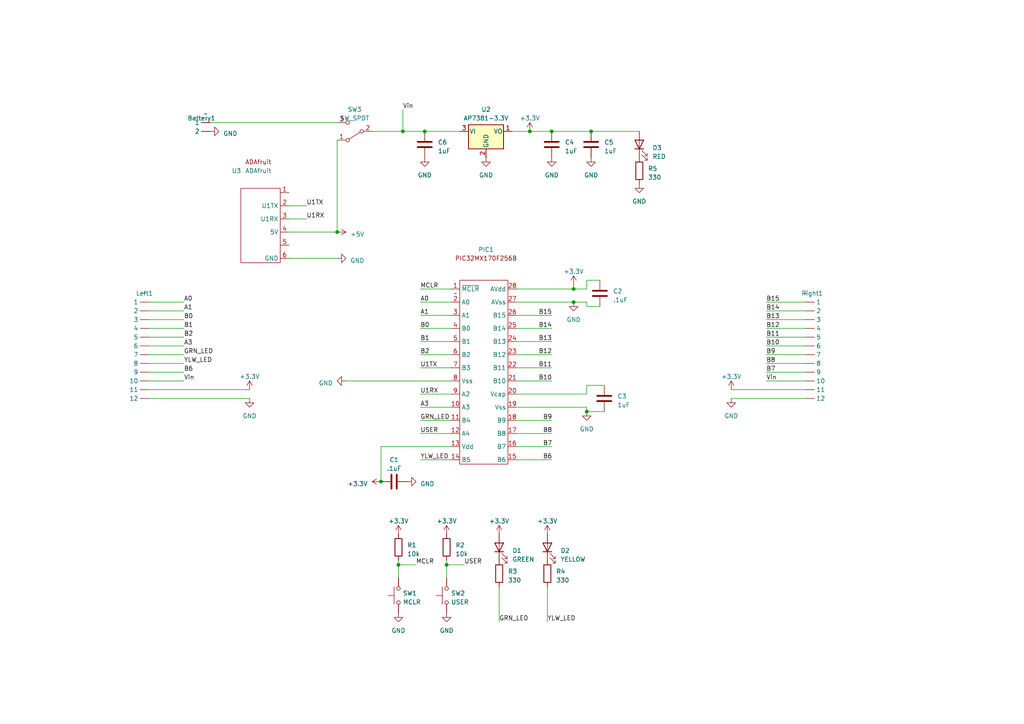
<source format=kicad_sch>
(kicad_sch (version 20230121) (generator eeschema)
  (paper "A4")
  (lib_symbols
    (symbol "Device:LED" (pin_numbers hide) (pin_names (offset 1.016) hide)
      (property "Reference" "D" (at 0 2.54 0))
      (property "Value" "LED" (at 0 -2.54 0))
      (symbol "LED_0_1"
        (polyline (pts (xy -1.27 -1.27) (xy -1.27 1.27)) (stroke (width 0.254)))
        (polyline (pts (xy -1.27 0) (xy 1.27 0)))
        (polyline (pts (xy 1.27 -1.27) (xy 1.27 1.27) (xy -1.27 0) (xy 1.27 -1.27)) (stroke (width 0.254)))
        (polyline (pts (xy -3.048 -0.762) (xy -4.572 -2.286) (xy -3.81 -2.286) (xy -4.572 -2.286) (xy -4.572 -1.524)))
        (polyline (pts (xy -1.778 -0.762) (xy -3.302 -2.286) (xy -2.54 -2.286) (xy -3.302 -2.286) (xy -3.302 -1.524)))
      )
      (symbol "LED_1_1"
        (pin passive line (at -3.81 0 0) (length 2.54) (name "K") (number "1"))
        (pin passive line (at 3.81 0 180) (length 2.54) (name "A") (number "2"))
      )
    )
    (symbol "Device:R" (pin_numbers hide) (pin_names (offset 0))
      (property "Reference" "R" (at 2.032 0 90))
      (property "Value" "R" (at 0 0 90))
      (symbol "R_0_1"
        (rectangle (start -1.016 -2.54) (end 1.016 2.54) (stroke (width 0.254)))
      )
      (symbol "R_1_1"
        (pin passive line (at 0 3.81 270) (length 1.27) (name "~") (number "1"))
        (pin passive line (at 0 -3.81 90) (length 1.27) (name "~") (number "2"))
      )
    )
    (symbol "hw4:ADAfruit"
      (property "Reference" "U" (at 8.89 10.16 0))
      (property "Value" "ADAfruit" (at 3.81 7.62 0))
      (symbol "ADAfruit_1_1"
        (rectangle (start -1.27 5.08) (end 10.16 -16.51))
        (text "ADAfruit" (at 3.81 12.7 0) (effects (font (size 1.27 1.27))))
        (pin input line (at 12.7 3.81 180) (length 2.54) (name "") (number "1"))
        (pin input line (at 12.7 0 180) (length 2.54) (name "U1TX") (number "2"))
        (pin input line (at 12.7 -3.81 180) (length 2.54) (name "U1RX") (number "3"))
        (pin input line (at 12.7 -7.62 180) (length 2.54) (name "5V") (number "4"))
        (pin input line (at 12.7 -11.43 180) (length 2.54) (name "") (number "5"))
        (pin input line (at 12.7 -15.24 180) (length 2.54) (name "GND") (number "6"))
      )
    )
    (symbol "hw4:AP7381-3.3V" (pin_names (offset 0.254))
      (property "Reference" "U" (at -3.81 3.175 0))
      (property "Value" "AP7381-3.3V" (at 0 3.175 0))
      (symbol "AP7381-3.3V_0_1"
        (rectangle (start -5.08 1.905) (end 5.08 -5.08) (stroke (width 0.254)) (fill (type background)))
      )
      (symbol "AP7381-3.3V_1_1"
        (pin power_out line (at 7.62 0 180) (length 2.54) (name "VO") (number "1"))
        (pin power_in line (at 0 -7.62 90) (length 2.54) (name "GND") (number "2"))
        (pin power_in line (at -7.62 0 0) (length 2.54) (name "VI") (number "3"))
      )
    )
    (symbol "hw4:Battery"
      (property "Reference" "Battery" (at 0 0 0))
      (symbol "Battery_1_1"
        (pin input line (at 1.27 -2.54 180) (length 2.54) (name "1") (number ""))
        (pin input line (at 1.27 -5.08 180) (length 2.54) (name "2") (number ""))
      )
    )
    (symbol "hw4:C" (pin_numbers hide) (pin_names (offset 0.254))
      (property "Reference" "C" (at 0.635 2.54 0))
      (property "Value" "C" (at 0.635 -2.54 0))
      (symbol "C_0_1"
        (polyline (pts (xy -2.032 -0.762) (xy 2.032 -0.762)) (stroke (width 0.508)))
        (polyline (pts (xy -2.032 0.762) (xy 2.032 0.762)) (stroke (width 0.508)))
      )
      (symbol "C_1_1"
        (pin passive line (at 0 3.81 270) (length 2.794) (name "~") (number "1"))
        (pin passive line (at 0 -3.81 90) (length 2.794) (name "~") (number "2"))
      )
    )
    (symbol "hw4:Left"
      (property "Reference" "Left" (at 0 0 0))
      (symbol "Left_1_1"
        (pin input line (at 1.27 -2.54 180) (length 2.54) (name "1") (number ""))
        (pin input line (at 1.27 -25.4 180) (length 2.54) (name "10") (number ""))
        (pin input line (at 1.27 -27.94 180) (length 2.54) (name "11") (number ""))
        (pin input line (at 1.27 -30.48 180) (length 2.54) (name "12") (number ""))
        (pin input line (at 1.27 -5.08 180) (length 2.54) (name "2") (number ""))
        (pin input line (at 1.27 -7.62 180) (length 2.54) (name "3") (number ""))
        (pin input line (at 1.27 -10.16 180) (length 2.54) (name "4") (number ""))
        (pin input line (at 1.27 -12.7 180) (length 2.54) (name "5") (number ""))
        (pin input line (at 1.27 -15.24 180) (length 2.54) (name "6") (number ""))
        (pin input line (at 1.27 -17.78 180) (length 2.54) (name "7") (number ""))
        (pin input line (at 1.27 -20.32 180) (length 2.54) (name "8") (number ""))
        (pin input line (at 1.27 -22.86 180) (length 2.54) (name "9") (number ""))
      )
    )
    (symbol "hw4:PIC32"
      (property "Reference" "U" (at 8.89 10.16 0))
      (symbol "PIC32_0_1"
        (rectangle (start -3.81 6.35) (end 10.16 -46.99))
      )
      (symbol "PIC32_1_1"
        (text "PIC32MX170F256B" (at 3.81 12.7 0) (effects (font (size 1.27 1.27))))
        (pin input line (at -6.35 3.81 0) (length 2.54) (name "~{MCLR}") (number "1"))
        (pin input line (at -6.35 -30.48 0) (length 2.54) (name "A3") (number "10"))
        (pin input line (at -6.35 -34.29 0) (length 2.54) (name "B4") (number "11"))
        (pin input line (at -6.35 -38.1 0) (length 2.54) (name "A4") (number "12"))
        (pin input line (at -6.35 -41.91 0) (length 2.54) (name "Vdd") (number "13"))
        (pin input line (at -6.35 -45.72 0) (length 2.54) (name "B5") (number "14"))
        (pin input line (at 12.7 -45.72 180) (length 2.54) (name "B6") (number "15"))
        (pin input line (at 12.7 -41.91 180) (length 2.54) (name "B7") (number "16"))
        (pin input line (at 12.7 -38.1 180) (length 2.54) (name "B8") (number "17"))
        (pin input line (at 12.7 -34.29 180) (length 2.54) (name "B9") (number "18"))
        (pin input line (at 12.7 -30.48 180) (length 2.54) (name "Vss") (number "19"))
        (pin input line (at -6.35 0 0) (length 2.54) (name "A0") (number "2"))
        (pin input line (at 12.7 -26.67 180) (length 2.54) (name "Vcap") (number "20"))
        (pin input line (at 12.7 -22.86 180) (length 2.54) (name "B10") (number "21"))
        (pin input line (at 12.7 -19.05 180) (length 2.54) (name "B11") (number "22"))
        (pin input line (at 12.7 -15.24 180) (length 2.54) (name "B12") (number "23"))
        (pin input line (at 12.7 -11.43 180) (length 2.54) (name "B13") (number "24"))
        (pin input line (at 12.7 -7.62 180) (length 2.54) (name "B14") (number "25"))
        (pin input line (at 12.7 -3.81 180) (length 2.54) (name "B15") (number "26"))
        (pin input line (at 12.7 0 180) (length 2.54) (name "AVss") (number "27"))
        (pin input line (at 12.7 3.81 180) (length 2.54) (name "AVdd") (number "28"))
        (pin input line (at -6.35 -3.81 0) (length 2.54) (name "A1") (number "3"))
        (pin input line (at -6.35 -7.62 0) (length 2.54) (name "B0") (number "4"))
        (pin input line (at -6.35 -11.43 0) (length 2.54) (name "B1") (number "5"))
        (pin input line (at -6.35 -15.24 0) (length 2.54) (name "B2") (number "6"))
        (pin input line (at -6.35 -19.05 0) (length 2.54) (name "B3") (number "7"))
        (pin input line (at -6.35 -22.86 0) (length 2.54) (name "Vss") (number "8"))
        (pin input line (at -6.35 -26.67 0) (length 2.54) (name "A2") (number "9"))
      )
    )
    (symbol "hw4:Right"
      (property "Reference" "Right" (at 0 0 0))
      (symbol "Right_1_1"
        (pin input line (at 0 -2.54 0) (length 2.54) (name "1") (number ""))
        (pin input line (at 0 -25.4 0) (length 2.54) (name "10") (number ""))
        (pin input line (at 0 -27.94 0) (length 2.54) (name "11") (number ""))
        (pin input line (at 0 -30.48 0) (length 2.54) (name "12") (number ""))
        (pin input line (at 0 -5.08 0) (length 2.54) (name "2") (number ""))
        (pin input line (at 0 -7.62 0) (length 2.54) (name "3") (number ""))
        (pin input line (at 0 -10.16 0) (length 2.54) (name "4") (number ""))
        (pin input line (at 0 -12.7 0) (length 2.54) (name "5") (number ""))
        (pin input line (at 0 -15.24 0) (length 2.54) (name "6") (number ""))
        (pin input line (at 0 -17.78 0) (length 2.54) (name "7") (number ""))
        (pin input line (at 0 -20.32 0) (length 2.54) (name "8") (number ""))
        (pin input line (at 0 -22.86 0) (length 2.54) (name "9") (number ""))
      )
    )
    (symbol "hw4:SW_Push" (pin_numbers hide) (pin_names (offset 1.016) hide)
      (property "Reference" "SW" (at 1.27 2.54 0))
      (property "Value" "SW_Push" (at 0 -1.524 0))
      (symbol "SW_Push_0_1"
        (circle (center -2.032 0) (radius 0.508))
        (polyline (pts (xy 0 1.27) (xy 0 3.048)))
        (polyline (pts (xy 2.54 1.27) (xy -2.54 1.27)))
        (circle (center 2.032 0) (radius 0.508))
        (pin passive line (at -5.08 0 0) (length 2.54) (name "1") (number "1"))
        (pin passive line (at 5.08 0 180) (length 2.54) (name "2") (number "2"))
      )
    )
    (symbol "hw4:SW_SPDT" (pin_names (offset 0) hide)
      (property "Reference" "SW" (at 0 4.318 0))
      (property "Value" "SW_SPDT" (at 0 -5.08 0))
      (symbol "SW_SPDT_0_0"
        (circle (center -2.032 0) (radius 0.508))
        (circle (center 2.032 -2.54) (radius 0.508))
      )
      (symbol "SW_SPDT_0_1"
        (polyline (pts (xy -1.524 0.254) (xy 1.651 2.286)))
        (circle (center 2.032 2.54) (radius 0.508))
      )
      (symbol "SW_SPDT_1_1"
        (pin passive line (at 5.08 2.54 180) (length 2.54) (name "A") (number "1"))
        (pin passive line (at -5.08 0 0) (length 2.54) (name "B") (number "2"))
        (pin passive line (at 5.08 -2.54 180) (length 2.54) (name "C") (number "3"))
      )
    )
    (symbol "power:+3.3V" (power) (pin_names (offset 0))
      (property "Value" "+3.3V" (at 0 3.556 0))
      (symbol "+3.3V_0_1"
        (polyline (pts (xy -0.762 1.27) (xy 0 2.54)))
        (polyline (pts (xy 0 0) (xy 0 2.54)))
        (polyline (pts (xy 0 2.54) (xy 0.762 1.27)))
      )
      (symbol "+3.3V_1_1"
        (pin power_in line (at 0 0 90) (length 0) hide (name "+3.3V") (number "1"))
      )
    )
    (symbol "power:+5V" (power) (pin_names (offset 0))
      (property "Value" "+5V" (at 0 3.556 0))
      (symbol "+5V_0_1"
        (polyline (pts (xy -0.762 1.27) (xy 0 2.54)))
        (polyline (pts (xy 0 0) (xy 0 2.54)))
        (polyline (pts (xy 0 2.54) (xy 0.762 1.27)))
      )
      (symbol "+5V_1_1"
        (pin power_in line (at 0 0 90) (length 0) hide (name "+5V") (number "1"))
      )
    )
    (symbol "power:GND" (power) (pin_names (offset 0))
      (property "Value" "GND" (at 0 -3.81 0))
      (symbol "GND_0_1"
        (polyline (pts (xy 0 0) (xy 0 -1.27) (xy 1.27 -1.27) (xy 0 -2.54) (xy -1.27 -1.27) (xy 0 -1.27)))
      )
      (symbol "GND_1_1"
        (pin power_in line (at 0 0 270) (length 0) hide (name "GND") (number "1"))
      )
    )
  )
  (junction (at 170.18 119.38))
  (junction (at 97.79 67.31))
  (junction (at 166.37 87.63))
  (junction (at 123.19 38.1))
  (junction (at 110.49 139.7))
  (junction (at 153.67 38.1))
  (junction (at 166.37 83.82))
  (junction (at 160.02 38.1))
  (junction (at 171.45 38.1))
  (junction (at 116.84 38.1))
  (junction (at 129.54 163.83))
  (junction (at 115.57 163.83))
  (wire (pts (xy 43.18 95.25) (xy 53.34 95.25)))
  (wire (pts (xy 129.54 162.56) (xy 129.54 163.83)))
  (wire (pts (xy 130.81 129.54) (xy 110.49 129.54)))
  (wire (pts (xy 43.18 97.79) (xy 53.34 97.79)))
  (wire (pts (xy 121.92 114.3) (xy 130.81 114.3)))
  (wire (pts (xy 115.57 163.83) (xy 120.65 163.83)))
  (wire (pts (xy 166.37 82.55) (xy 166.37 83.82)))
  (wire (pts (xy 212.09 113.03) (xy 233.68 113.03)))
  (wire (pts (xy 148.59 38.1) (xy 153.67 38.1)))
  (wire (pts (xy 149.86 95.25) (xy 160.02 95.25)))
  (wire (pts (xy 43.18 115.57) (xy 72.39 115.57)))
  (wire (pts (xy 43.18 100.33) (xy 53.34 100.33)))
  (wire (pts (xy 43.18 90.17) (xy 53.34 90.17)))
  (wire (pts (xy 121.92 95.25) (xy 130.81 95.25)))
  (wire (pts (xy 116.84 31.75) (xy 116.84 38.1)))
  (wire (pts (xy 153.67 38.1) (xy 160.02 38.1)))
  (wire (pts (xy 121.92 87.63) (xy 130.81 87.63)))
  (wire (pts (xy 83.82 67.31) (xy 97.79 67.31)))
  (wire (pts (xy 149.86 129.54) (xy 160.02 129.54)))
  (wire (pts (xy 121.92 102.87) (xy 130.81 102.87)))
  (wire (pts (xy 170.18 118.11) (xy 170.18 119.38)))
  (wire (pts (xy 166.37 83.82) (xy 170.18 83.82)))
  (wire (pts (xy 121.92 83.82) (xy 130.81 83.82)))
  (wire (pts (xy 43.18 92.71) (xy 53.34 92.71)))
  (wire (pts (xy 149.86 114.3) (xy 170.18 114.3)))
  (wire (pts (xy 171.45 38.1) (xy 185.42 38.1)))
  (wire (pts (xy 43.18 87.63) (xy 53.34 87.63)))
  (wire (pts (xy 149.86 102.87) (xy 160.02 102.87)))
  (wire (pts (xy 123.19 38.1) (xy 133.35 38.1)))
  (wire (pts (xy 222.25 110.49) (xy 233.68 110.49)))
  (wire (pts (xy 222.25 107.95) (xy 233.68 107.95)))
  (wire (pts (xy 83.82 63.5) (xy 88.9 63.5)))
  (wire (pts (xy 83.82 59.69) (xy 88.9 59.69)))
  (wire (pts (xy 222.25 87.63) (xy 233.68 87.63)))
  (wire (pts (xy 149.86 106.68) (xy 160.02 106.68)))
  (wire (pts (xy 60.96 35.56) (xy 97.79 35.56)))
  (wire (pts (xy 170.18 111.76) (xy 175.26 111.76)))
  (wire (pts (xy 121.92 121.92) (xy 130.81 121.92)))
  (wire (pts (xy 212.09 115.57) (xy 233.68 115.57)))
  (wire (pts (xy 160.02 38.1) (xy 171.45 38.1)))
  (wire (pts (xy 149.86 125.73) (xy 160.02 125.73)))
  (wire (pts (xy 149.86 118.11) (xy 170.18 118.11)))
  (wire (pts (xy 129.54 163.83) (xy 129.54 167.64)))
  (wire (pts (xy 43.18 102.87) (xy 53.34 102.87)))
  (wire (pts (xy 170.18 114.3) (xy 170.18 111.76)))
  (wire (pts (xy 222.25 90.17) (xy 233.68 90.17)))
  (wire (pts (xy 170.18 88.9) (xy 170.18 87.63)))
  (wire (pts (xy 144.78 170.18) (xy 144.78 180.34)))
  (wire (pts (xy 170.18 83.82) (xy 170.18 81.28)))
  (wire (pts (xy 43.18 107.95) (xy 53.34 107.95)))
  (wire (pts (xy 116.84 38.1) (xy 123.19 38.1)))
  (wire (pts (xy 121.92 99.06) (xy 130.81 99.06)))
  (wire (pts (xy 115.57 163.83) (xy 115.57 167.64)))
  (wire (pts (xy 115.57 162.56) (xy 115.57 163.83)))
  (wire (pts (xy 149.86 133.35) (xy 160.02 133.35)))
  (wire (pts (xy 222.25 105.41) (xy 233.68 105.41)))
  (wire (pts (xy 129.54 163.83) (xy 134.62 163.83)))
  (wire (pts (xy 149.86 121.92) (xy 160.02 121.92)))
  (wire (pts (xy 121.92 91.44) (xy 130.81 91.44)))
  (wire (pts (xy 149.86 99.06) (xy 160.02 99.06)))
  (wire (pts (xy 121.92 133.35) (xy 130.81 133.35)))
  (wire (pts (xy 149.86 110.49) (xy 160.02 110.49)))
  (wire (pts (xy 83.82 74.93) (xy 97.79 74.93)))
  (wire (pts (xy 110.49 129.54) (xy 110.49 139.7)))
  (wire (pts (xy 170.18 119.38) (xy 175.26 119.38)))
  (wire (pts (xy 121.92 125.73) (xy 130.81 125.73)))
  (wire (pts (xy 149.86 83.82) (xy 166.37 83.82)))
  (wire (pts (xy 107.95 38.1) (xy 116.84 38.1)))
  (wire (pts (xy 222.25 100.33) (xy 233.68 100.33)))
  (wire (pts (xy 166.37 87.63) (xy 170.18 87.63)))
  (wire (pts (xy 222.25 92.71) (xy 233.68 92.71)))
  (wire (pts (xy 43.18 110.49) (xy 53.34 110.49)))
  (wire (pts (xy 222.25 102.87) (xy 233.68 102.87)))
  (wire (pts (xy 43.18 105.41) (xy 53.34 105.41)))
  (wire (pts (xy 121.92 118.11) (xy 130.81 118.11)))
  (wire (pts (xy 43.18 113.03) (xy 72.39 113.03)))
  (wire (pts (xy 222.25 95.25) (xy 233.68 95.25)))
  (wire (pts (xy 158.75 170.18) (xy 158.75 180.34)))
  (wire (pts (xy 97.79 40.64) (xy 97.79 67.31)))
  (wire (pts (xy 121.92 106.68) (xy 130.81 106.68)))
  (wire (pts (xy 222.25 97.79) (xy 233.68 97.79)))
  (wire (pts (xy 170.18 81.28) (xy 173.99 81.28)))
  (wire (pts (xy 100.33 110.49) (xy 130.81 110.49)))
  (wire (pts (xy 173.99 88.9) (xy 170.18 88.9)))
  (wire (pts (xy 149.86 87.63) (xy 166.37 87.63)))
  (wire (pts (xy 149.86 91.44) (xy 160.02 91.44)))
  (label "B11" (at 156.21 106.68 0))
  (label "B12" (at 156.21 102.87 0))
  (label "YLW_LED" (at 121.92 133.35 0))
  (label "U1RX" (at 88.9 63.5 0))
  (label "B2" (at 121.92 102.87 0))
  (label "B14" (at 156.21 95.25 0))
  (label "B9" (at 157.48 121.92 0))
  (label "A3" (at 53.34 100.33 0))
  (label "A1" (at 53.34 90.17 0))
  (label "USER" (at 134.62 163.83 0))
  (label "A3" (at 121.92 118.11 0))
  (label "GRN_LED" (at 53.34 102.87 0))
  (label "B13" (at 156.21 99.06 0))
  (label "U1TX" (at 88.9 59.69 0))
  (label "U1RX" (at 121.92 114.3 0))
  (label "Vin" (at 53.34 110.49 0))
  (label "MCLR" (at 121.92 83.82 0))
  (label "B6" (at 53.34 107.95 0))
  (label "MCLR" (at 120.65 163.83 0))
  (label "YLW_LED" (at 53.34 105.41 0))
  (label "B9" (at 222.25 102.87 0))
  (label "B6" (at 157.48 133.35 0))
  (label "B15" (at 222.25 87.63 0))
  (label "B11" (at 222.25 97.79 0))
  (label "B1" (at 53.34 95.25 0))
  (label "Vin" (at 222.25 110.49 0))
  (label "U1TX" (at 121.92 106.68 0))
  (label "B7" (at 157.48 129.54 0))
  (label "A1" (at 121.92 91.44 0))
  (label "A0" (at 53.34 87.63 0))
  (label "B12" (at 222.25 95.25 0))
  (label "B2" (at 53.34 97.79 0))
  (label "GRN_LED" (at 144.78 180.34 0))
  (label "B7" (at 222.25 107.95 0))
  (label "B8" (at 222.25 105.41 0))
  (label "B14" (at 222.25 90.17 0))
  (label "B15" (at 156.21 91.44 0))
  (label "A0" (at 121.92 87.63 0))
  (label "B10" (at 156.21 110.49 0))
  (label "GRN_LED" (at 121.92 121.92 0))
  (label "B1" (at 121.92 99.06 0))
  (label "USER" (at 121.92 125.73 0))
  (label "B0" (at 53.34 92.71 0))
  (label "YLW_LED" (at 158.75 180.34 0))
  (label "B8" (at 157.48 125.73 0))
  (label "B13" (at 222.25 92.71 0))
  (label "B10" (at 222.25 100.33 0))
  (label "Vin" (at 116.84 31.75 0))
  (label "B0" (at 121.92 95.25 0))
  (symbol (lib_id "power:+5V") (at 97.79 67.31 270) (unit 1)
    (property "Reference" "#PWR019" (effects hide))
    (property "Value" "+5V" (at 101.6 67.945 90) (effects (justify left)))
  )
  (symbol (lib_id "hw4:Battery") (at 59.69 33.02 0) (unit 1)
    (property "Reference" "Battery1" (at 58.42 34.29 0))
    (property "Value" "~" (at 59.69 33.02 0))
    (property "Footprint" "Connector_PinSocket_2.54mm:PinSocket_1x02_P2.54mm_Vertical" (effects hide))
  )
  (symbol (lib_id "power:+3.3V") (at 129.54 154.94 0) (unit 1)
    (property "Reference" "#PWR09" (effects hide))
    (property "Value" "+3.3V" (at 129.54 151.13 0))
  )
  (symbol (lib_id "hw4:Right") (at 233.68 85.09 0) (unit 1)
    (property "Reference" "Right1" (at 232.41 85.09 0) (effects (justify left)))
    (property "Value" "~" (at 233.68 85.09 0))
    (property "Footprint" "Connector_PinSocket_2.54mm:PinSocket_1x12_P2.54mm_Vertical" (effects hide))
  )
  (symbol (lib_id "Device:LED") (at 144.78 158.75 90) (unit 1)
    (property "Reference" "D1" (at 148.59 159.7025 90) (effects (justify right)))
    (property "Value" "GREEN" (at 148.59 162.2425 90) (effects (justify right)))
    (property "Footprint" "LED_THT:LED_D3.0mm" (effects hide))
  )
  (symbol (lib_id "power:GND") (at 115.57 177.8 0) (unit 1)
    (property "Reference" "#PWR011" (effects hide))
    (property "Value" "GND" (at 115.57 182.88 0))
  )
  (symbol (lib_id "power:+3.3V") (at 115.57 154.94 0) (unit 1)
    (property "Reference" "#PWR010" (effects hide))
    (property "Value" "+3.3V" (at 115.57 151.13 0))
  )
  (symbol (lib_id "power:GND") (at 140.97 45.72 0) (unit 1)
    (property "Reference" "#PWR013" (effects hide))
    (property "Value" "GND" (at 140.97 50.8 0))
  )
  (symbol (lib_id "Device:R") (at 115.57 158.75 0) (unit 1)
    (property "Reference" "R1" (at 118.11 158.115 0) (effects (justify left)))
    (property "Value" "10k" (at 118.11 160.655 0) (effects (justify left)))
    (property "Footprint" "Resistor_THT:R_Axial_DIN0207_L6.3mm_D2.5mm_P7.62mm_Horizontal" (effects hide))
  )
  (symbol (lib_id "Device:R") (at 144.78 166.37 0) (unit 1)
    (property "Reference" "R3" (at 147.32 165.735 0) (effects (justify left)))
    (property "Value" "330" (at 147.32 168.275 0) (effects (justify left)))
    (property "Footprint" "Resistor_THT:R_Axial_DIN0207_L6.3mm_D2.5mm_P7.62mm_Horizontal" (effects hide))
  )
  (symbol (lib_id "hw4:SW_SPDT") (at 102.87 38.1 180) (unit 1)
    (property "Reference" "SW3" (at 102.87 31.75 0))
    (property "Value" "SW_SPDT" (at 102.87 34.29 0))
    (property "Footprint" "hw4:slide_switch_2" (effects hide))
  )
  (symbol (lib_id "power:GND") (at 100.33 110.49 270) (unit 1)
    (property "Reference" "#PWR03" (effects hide))
    (property "Value" "GND" (at 96.52 111.125 90) (effects (justify right)))
  )
  (symbol (lib_id "power:+3.3V") (at 72.39 113.03 0) (unit 1)
    (property "Reference" "#PWR022" (effects hide))
    (property "Value" "+3.3V" (at 72.39 109.22 0))
  )
  (symbol (lib_id "hw4:C") (at 171.45 41.91 0) (unit 1)
    (property "Reference" "C5" (at 175.26 41.275 0) (effects (justify left)))
    (property "Value" "1uF" (at 175.26 43.815 0) (effects (justify left)))
    (property "Footprint" "Capacitor_THT:C_Disc_D5.1mm_W3.2mm_P5.00mm" (effects hide))
  )
  (symbol (lib_id "Device:R") (at 158.75 166.37 0) (unit 1)
    (property "Reference" "R4" (at 161.29 165.735 0) (effects (justify left)))
    (property "Value" "330" (at 161.29 168.275 0) (effects (justify left)))
    (property "Footprint" "Resistor_THT:R_Axial_DIN0207_L6.3mm_D2.5mm_P7.62mm_Horizontal" (effects hide))
  )
  (symbol (lib_id "hw4:Left") (at 41.91 85.09 0) (unit 1)
    (property "Reference" "Left1" (at 41.91 85.09 0))
    (property "Value" "~" (at 41.91 85.09 0))
    (property "Footprint" "Connector_PinSocket_2.54mm:PinSocket_1x12_P2.54mm_Vertical" (effects hide))
  )
  (symbol (lib_id "power:GND") (at 171.45 45.72 0) (unit 1)
    (property "Reference" "#PWR016" (effects hide))
    (property "Value" "GND" (at 171.45 50.8 0))
  )
  (symbol (lib_id "power:+3.3V") (at 144.78 154.94 0) (unit 1)
    (property "Reference" "#PWR08" (effects hide))
    (property "Value" "+3.3V" (at 144.78 151.13 0))
  )
  (symbol (lib_id "hw4:SW_Push") (at 115.57 172.72 90) (unit 1)
    (property "Reference" "SW1" (at 116.84 172.085 90) (effects (justify right)))
    (property "Value" "MCLR" (at 116.84 174.625 90) (effects (justify right)))
    (property "Footprint" "hw4:pinsocket push button" (effects hide))
  )
  (symbol (lib_id "Device:LED") (at 185.42 41.91 90) (unit 1)
    (property "Reference" "D3" (at 189.23 42.8625 90) (effects (justify right)))
    (property "Value" "RED" (at 189.23 45.4025 90) (effects (justify right)))
    (property "Footprint" "LED_THT:LED_D3.0mm" (effects hide))
  )
  (symbol (lib_id "power:GND") (at 118.11 139.7 90) (unit 1)
    (property "Reference" "#PWR01" (effects hide))
    (property "Value" "GND" (at 121.92 140.335 90) (effects (justify right)))
  )
  (symbol (lib_id "power:GND") (at 170.18 119.38 0) (unit 1)
    (property "Reference" "#PWR06" (effects hide))
    (property "Value" "GND" (at 170.18 124.46 0))
  )
  (symbol (lib_id "hw4:C") (at 123.19 41.91 0) (unit 1)
    (property "Reference" "C6" (at 127 41.275 0) (effects (justify left)))
    (property "Value" "1uF" (at 127 43.815 0) (effects (justify left)))
    (property "Footprint" "Capacitor_THT:C_Disc_D5.1mm_W3.2mm_P5.00mm" (effects hide))
  )
  (symbol (lib_id "hw4:PIC32") (at 137.16 87.63 0) (unit 1)
    (property "Reference" "PIC1" (at 140.97 72.39 0))
    (property "Value" "~" (at 132.08 85.09 0))
    (property "Footprint" "Package_DIP:DIP-28_W7.62mm_Socket" (effects hide))
  )
  (symbol (lib_id "power:+3.3V") (at 158.75 154.94 0) (unit 1)
    (property "Reference" "#PWR07" (effects hide))
    (property "Value" "+3.3V" (at 158.75 151.13 0))
  )
  (symbol (lib_id "power:GND") (at 160.02 45.72 0) (unit 1)
    (property "Reference" "#PWR015" (effects hide))
    (property "Value" "GND" (at 160.02 50.8 0))
  )
  (symbol (lib_id "power:+3.3V") (at 166.37 82.55 0) (unit 1)
    (property "Reference" "#PWR04" (effects hide))
    (property "Value" "+3.3V" (at 166.37 78.74 0))
  )
  (symbol (lib_id "hw4:ADAfruit") (at 71.12 59.69 0) (unit 1)
    (property "Reference" "U3" (at 68.58 49.53 0))
    (property "Value" "ADAfruit" (at 74.93 49.53 0))
    (property "Footprint" "Connector_PinSocket_2.54mm:PinSocket_1x06_P2.54mm_Vertical" (effects hide))
  )
  (symbol (lib_id "power:GND") (at 97.79 74.93 90) (unit 1)
    (property "Reference" "#PWR020" (effects hide))
    (property "Value" "GND" (at 101.6 75.565 90) (effects (justify right)))
  )
  (symbol (lib_id "hw4:C") (at 160.02 41.91 0) (unit 1)
    (property "Reference" "C4" (at 163.83 41.275 0) (effects (justify left)))
    (property "Value" "1uF" (at 163.83 43.815 0) (effects (justify left)))
    (property "Footprint" "Capacitor_THT:C_Disc_D5.1mm_W3.2mm_P5.00mm" (effects hide))
  )
  (symbol (lib_id "power:GND") (at 72.39 115.57 0) (unit 1)
    (property "Reference" "#PWR023" (effects hide))
    (property "Value" "GND" (at 72.39 120.65 0))
  )
  (symbol (lib_id "power:GND") (at 123.19 45.72 0) (unit 1)
    (property "Reference" "#PWR018" (effects hide))
    (property "Value" "GND" (at 123.19 50.8 0))
  )
  (symbol (lib_id "Device:R") (at 185.42 49.53 0) (unit 1)
    (property "Reference" "R5" (at 187.96 48.895 0) (effects (justify left)))
    (property "Value" "330" (at 187.96 51.435 0) (effects (justify left)))
    (property "Footprint" "Resistor_THT:R_Axial_DIN0207_L6.3mm_D2.5mm_P7.62mm_Horizontal" (effects hide))
  )
  (symbol (lib_id "power:GND") (at 185.42 53.34 0) (unit 1)
    (property "Reference" "#PWR017" (effects hide))
    (property "Value" "GND" (at 185.42 58.42 0))
  )
  (symbol (lib_id "Device:R") (at 129.54 158.75 0) (unit 1)
    (property "Reference" "R2" (at 132.08 158.115 0) (effects (justify left)))
    (property "Value" "10k" (at 132.08 160.655 0) (effects (justify left)))
    (property "Footprint" "Resistor_THT:R_Axial_DIN0207_L6.3mm_D2.5mm_P7.62mm_Horizontal" (effects hide))
  )
  (symbol (lib_id "power:+3.3V") (at 110.49 139.7 90) (unit 1)
    (property "Reference" "#PWR02" (effects hide))
    (property "Value" "+3.3V" (at 106.68 140.335 90) (effects (justify left)))
  )
  (symbol (lib_id "power:GND") (at 60.96 38.1 90) (unit 1)
    (property "Reference" "#PWR021" (effects hide))
    (property "Value" "GND" (at 64.77 38.735 90) (effects (justify right)))
  )
  (symbol (lib_id "power:+3.3V") (at 153.67 38.1 0) (unit 1)
    (property "Reference" "#PWR014" (effects hide))
    (property "Value" "+3.3V" (at 153.67 34.29 0))
  )
  (symbol (lib_id "hw4:C") (at 173.99 85.09 0) (unit 1)
    (property "Reference" "C2" (at 177.8 84.455 0) (effects (justify left)))
    (property "Value" ".1uF" (at 177.8 86.995 0) (effects (justify left)))
    (property "Footprint" "Capacitor_THT:C_Disc_D3.4mm_W2.1mm_P2.50mm" (effects hide))
  )
  (symbol (lib_id "power:GND") (at 129.54 177.8 0) (unit 1)
    (property "Reference" "#PWR012" (effects hide))
    (property "Value" "GND" (at 129.54 182.88 0))
  )
  (symbol (lib_id "power:GND") (at 166.37 87.63 0) (unit 1)
    (property "Reference" "#PWR05" (effects hide))
    (property "Value" "GND" (at 166.37 92.71 0))
  )
  (symbol (lib_id "hw4:C") (at 114.3 139.7 270) (unit 1)
    (property "Reference" "C1" (at 114.3 133.35 90))
    (property "Value" ".1uF" (at 114.3 135.89 90))
    (property "Footprint" "Capacitor_THT:C_Disc_D3.4mm_W2.1mm_P2.50mm" (effects hide))
  )
  (symbol (lib_id "Device:LED") (at 158.75 158.75 90) (unit 1)
    (property "Reference" "D2" (at 162.56 159.7025 90) (effects (justify right)))
    (property "Value" "YELLOW" (at 162.56 162.2425 90) (effects (justify right)))
    (property "Footprint" "LED_THT:LED_D3.0mm" (effects hide))
  )
  (symbol (lib_id "hw4:SW_Push") (at 129.54 172.72 90) (unit 1)
    (property "Reference" "SW2" (at 130.81 172.085 90) (effects (justify right)))
    (property "Value" "USER" (at 130.81 174.625 90) (effects (justify right)))
    (property "Footprint" "hw4:pinsocket push button" (effects hide))
  )
  (symbol (lib_id "hw4:C") (at 175.26 115.57 0) (unit 1)
    (property "Reference" "C3" (at 179.07 114.935 0) (effects (justify left)))
    (property "Value" "1uF" (at 179.07 117.475 0) (effects (justify left)))
    (property "Footprint" "Capacitor_THT:C_Disc_D5.1mm_W3.2mm_P5.00mm" (effects hide))
  )
  (symbol (lib_id "hw4:AP7381-3.3V") (at 140.97 38.1 0) (unit 1)
    (property "Reference" "U2" (at 140.97 31.75 0))
    (property "Value" "AP7381-3.3V" (at 140.97 34.29 0))
    (property "Footprint" "Package_TO_SOT_THT:TO-92_Inline" (effects hide))
    (property "Datasheet" "https://www.diodes.com/assets/Datasheets/AP7384.pdf" (effects hide))
  )
  (symbol (lib_id "power:GND") (at 212.09 115.57 0) (unit 1)
    (property "Reference" "#PWR025" (effects hide))
    (property "Value" "GND" (at 212.09 120.65 0))
  )
  (symbol (lib_id "power:+3.3V") (at 212.09 113.03 0) (unit 1)
    (property "Reference" "#PWR024" (effects hide))
    (property "Value" "+3.3V" (at 212.09 109.22 0))
  )
)
</source>
